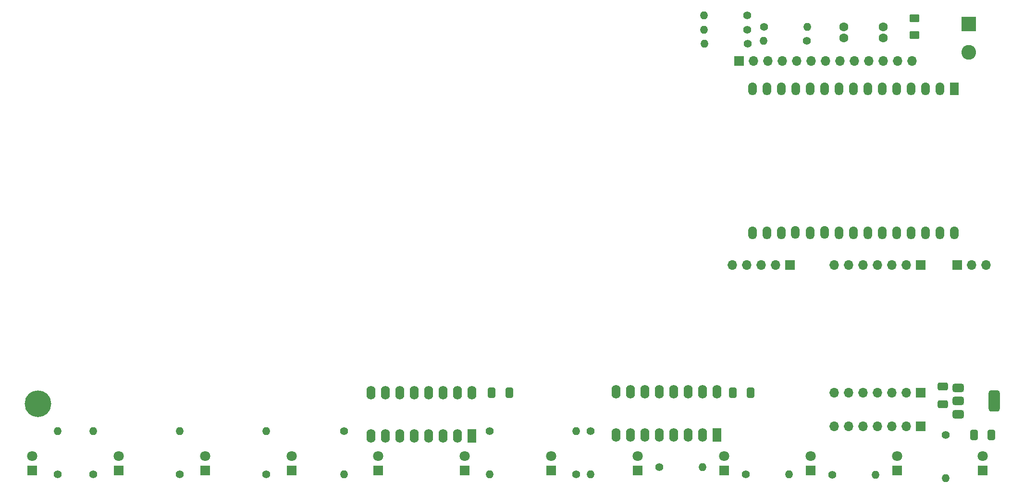
<source format=gbr>
%TF.GenerationSoftware,KiCad,Pcbnew,8.0.7*%
%TF.CreationDate,2025-02-10T21:08:13+01:00*%
%TF.ProjectId,stib_display,73746962-5f64-4697-9370-6c61792e6b69,2*%
%TF.SameCoordinates,Original*%
%TF.FileFunction,Soldermask,Bot*%
%TF.FilePolarity,Negative*%
%FSLAX46Y46*%
G04 Gerber Fmt 4.6, Leading zero omitted, Abs format (unit mm)*
G04 Created by KiCad (PCBNEW 8.0.7) date 2025-02-10 21:08:13*
%MOMM*%
%LPD*%
G01*
G04 APERTURE LIST*
G04 Aperture macros list*
%AMRoundRect*
0 Rectangle with rounded corners*
0 $1 Rounding radius*
0 $2 $3 $4 $5 $6 $7 $8 $9 X,Y pos of 4 corners*
0 Add a 4 corners polygon primitive as box body*
4,1,4,$2,$3,$4,$5,$6,$7,$8,$9,$2,$3,0*
0 Add four circle primitives for the rounded corners*
1,1,$1+$1,$2,$3*
1,1,$1+$1,$4,$5*
1,1,$1+$1,$6,$7*
1,1,$1+$1,$8,$9*
0 Add four rect primitives between the rounded corners*
20,1,$1+$1,$2,$3,$4,$5,0*
20,1,$1+$1,$4,$5,$6,$7,0*
20,1,$1+$1,$6,$7,$8,$9,0*
20,1,$1+$1,$8,$9,$2,$3,0*%
G04 Aperture macros list end*
%ADD10R,1.800000X1.800000*%
%ADD11C,1.800000*%
%ADD12C,3.100000*%
%ADD13C,4.700000*%
%ADD14R,2.600000X2.600000*%
%ADD15C,2.600000*%
%ADD16RoundRect,0.250000X0.412500X0.650000X-0.412500X0.650000X-0.412500X-0.650000X0.412500X-0.650000X0*%
%ADD17C,1.400000*%
%ADD18O,1.400000X1.400000*%
%ADD19R,1.700000X1.700000*%
%ADD20O,1.700000X1.700000*%
%ADD21RoundRect,0.250001X0.624999X-0.462499X0.624999X0.462499X-0.624999X0.462499X-0.624999X-0.462499X0*%
%ADD22R,1.600000X2.400000*%
%ADD23O,1.600000X2.400000*%
%ADD24C,1.600000*%
%ADD25RoundRect,0.250000X-0.650000X0.412500X-0.650000X-0.412500X0.650000X-0.412500X0.650000X0.412500X0*%
%ADD26R,1.524000X2.286000*%
%ADD27O,1.524000X2.286000*%
%ADD28RoundRect,0.250000X-0.412500X-0.650000X0.412500X-0.650000X0.412500X0.650000X-0.412500X0.650000X0*%
%ADD29RoundRect,0.375000X-0.625000X-0.375000X0.625000X-0.375000X0.625000X0.375000X-0.625000X0.375000X0*%
%ADD30RoundRect,0.500000X-0.500000X-1.400000X0.500000X-1.400000X0.500000X1.400000X-0.500000X1.400000X0*%
G04 APERTURE END LIST*
D10*
%TO.C,D10*%
X233680000Y-104775000D03*
D11*
X233680000Y-102235000D03*
%TD*%
D10*
%TO.C,D6*%
X172720000Y-104775000D03*
D11*
X172720000Y-102235000D03*
%TD*%
D10*
%TO.C,D12*%
X264000000Y-104775000D03*
D11*
X264000000Y-102235000D03*
%TD*%
D10*
%TO.C,D8*%
X203200000Y-104780000D03*
D11*
X203200000Y-102240000D03*
%TD*%
D10*
%TO.C,D2*%
X111760000Y-104775000D03*
D11*
X111760000Y-102235000D03*
%TD*%
D10*
%TO.C,D3*%
X127000000Y-104780000D03*
D11*
X127000000Y-102240000D03*
%TD*%
D10*
%TO.C,D9*%
X218440000Y-104775000D03*
D11*
X218440000Y-102235000D03*
%TD*%
D10*
%TO.C,D7*%
X187960000Y-104775000D03*
D11*
X187960000Y-102235000D03*
%TD*%
D10*
%TO.C,D4*%
X142240000Y-104780000D03*
D11*
X142240000Y-102240000D03*
%TD*%
D10*
%TO.C,D11*%
X248920000Y-104780000D03*
D11*
X248920000Y-102240000D03*
%TD*%
D12*
%TO.C,H1*%
X97500000Y-93000000D03*
D13*
X97500000Y-93000000D03*
%TD*%
D10*
%TO.C,D1*%
X96520000Y-104780000D03*
D11*
X96520000Y-102240000D03*
%TD*%
D10*
%TO.C,D5*%
X157480000Y-104780000D03*
D11*
X157480000Y-102240000D03*
%TD*%
D14*
%TO.C,J7*%
X261500000Y-26000000D03*
D15*
X261500000Y-31000000D03*
%TD*%
D16*
%TO.C,C2*%
X180562500Y-91000000D03*
X177437500Y-91000000D03*
%TD*%
D17*
%TO.C,R16*%
X222500000Y-27000000D03*
D18*
X214880000Y-27000000D03*
%TD*%
D17*
%TO.C,R14*%
X225500000Y-26500000D03*
D18*
X233120000Y-26500000D03*
%TD*%
D19*
%TO.C,J3*%
X230050000Y-68475000D03*
D20*
X227510000Y-68475000D03*
X224970000Y-68475000D03*
X222430000Y-68475000D03*
X219890000Y-68475000D03*
%TD*%
D17*
%TO.C,R4*%
X137795000Y-105410000D03*
D18*
X137795000Y-97790000D03*
%TD*%
D17*
%TO.C,R3*%
X122555000Y-105410000D03*
D18*
X122555000Y-97790000D03*
%TD*%
D21*
%TO.C,F1*%
X252000000Y-27987500D03*
X252000000Y-25012500D03*
%TD*%
D19*
%TO.C,J2*%
X259500000Y-68500000D03*
D20*
X262040000Y-68500000D03*
X264580000Y-68500000D03*
%TD*%
%TO.C,J5*%
X237800000Y-91000000D03*
X240340000Y-91000000D03*
X242880000Y-91000000D03*
X245420000Y-91000000D03*
X247960000Y-91000000D03*
X250500000Y-91000000D03*
D19*
X253040000Y-91000000D03*
%TD*%
D17*
%TO.C,R17*%
X233000000Y-29000000D03*
D18*
X225380000Y-29000000D03*
%TD*%
D22*
%TO.C,U2*%
X217155000Y-98440000D03*
D23*
X214615000Y-98440000D03*
X212075000Y-98440000D03*
X209535000Y-98440000D03*
X206995000Y-98440000D03*
X204455000Y-98440000D03*
X201915000Y-98440000D03*
X199375000Y-98440000D03*
X199375000Y-90820000D03*
X201915000Y-90820000D03*
X204455000Y-90820000D03*
X206995000Y-90820000D03*
X209535000Y-90820000D03*
X212075000Y-90820000D03*
X214615000Y-90820000D03*
X217155000Y-90820000D03*
%TD*%
D17*
%TO.C,R9*%
X207010000Y-104140000D03*
D18*
X214630000Y-104140000D03*
%TD*%
D24*
%TO.C,C6*%
X239500000Y-26500000D03*
X239500000Y-28500000D03*
%TD*%
D17*
%TO.C,R13*%
X222500000Y-24500000D03*
D18*
X214880000Y-24500000D03*
%TD*%
D16*
%TO.C,C1*%
X223062500Y-91000000D03*
X219937500Y-91000000D03*
%TD*%
D17*
%TO.C,R6*%
X177165000Y-97790000D03*
D18*
X177165000Y-105410000D03*
%TD*%
D17*
%TO.C,R7*%
X192405000Y-105410000D03*
D18*
X192405000Y-97790000D03*
%TD*%
D17*
%TO.C,R2*%
X107315000Y-105410000D03*
D18*
X107315000Y-97790000D03*
%TD*%
D17*
%TO.C,R8*%
X194945000Y-97790000D03*
D18*
X194945000Y-105410000D03*
%TD*%
D24*
%TO.C,C4*%
X246500000Y-26500000D03*
X246500000Y-28500000D03*
%TD*%
D25*
%TO.C,C5*%
X257000000Y-89937500D03*
X257000000Y-93062500D03*
%TD*%
D26*
%TO.C,U3*%
X259030000Y-37415000D03*
D27*
X256490000Y-37415000D03*
X259030000Y-62815000D03*
X223470000Y-37415000D03*
X226010000Y-37415000D03*
X228550000Y-37415000D03*
X231090000Y-37415000D03*
X233630000Y-37415000D03*
X236170000Y-37415000D03*
X238710000Y-37415000D03*
X241250000Y-37415000D03*
X243790000Y-37415000D03*
X246330000Y-37415000D03*
X248870000Y-37415000D03*
X251410000Y-37415000D03*
X253950000Y-37415000D03*
X253950000Y-62815000D03*
X251410000Y-62815000D03*
X248870000Y-62815000D03*
X246330000Y-62815000D03*
X243790000Y-62815000D03*
X241250000Y-62815000D03*
X238710000Y-62815000D03*
X236170000Y-62789977D03*
X233630000Y-62815000D03*
X230989912Y-62789977D03*
X228550000Y-62815000D03*
X226010000Y-62815000D03*
X223470000Y-62815000D03*
X256490000Y-62815000D03*
%TD*%
D22*
%TO.C,U1*%
X173975000Y-98620000D03*
D23*
X171435000Y-98620000D03*
X168895000Y-98620000D03*
X166355000Y-98620000D03*
X163815000Y-98620000D03*
X161275000Y-98620000D03*
X158735000Y-98620000D03*
X156195000Y-98620000D03*
X156195000Y-91000000D03*
X158735000Y-91000000D03*
X161275000Y-91000000D03*
X163815000Y-91000000D03*
X166355000Y-91000000D03*
X168895000Y-91000000D03*
X171435000Y-91000000D03*
X173975000Y-91000000D03*
%TD*%
D17*
%TO.C,R11*%
X237500000Y-105500000D03*
D18*
X245120000Y-105500000D03*
%TD*%
D17*
%TO.C,R15*%
X222620000Y-29500000D03*
D18*
X215000000Y-29500000D03*
%TD*%
D28*
%TO.C,C3*%
X262437500Y-98500000D03*
X265562500Y-98500000D03*
%TD*%
D17*
%TO.C,R10*%
X222250000Y-105410000D03*
D18*
X229870000Y-105410000D03*
%TD*%
D20*
%TO.C,J4*%
X237840000Y-97000000D03*
X240380000Y-97000000D03*
X242920000Y-97000000D03*
X245460000Y-97000000D03*
X248000000Y-97000000D03*
X250540000Y-97000000D03*
D19*
X253080000Y-97000000D03*
%TD*%
D29*
%TO.C,U4*%
X259700000Y-94800000D03*
X259700000Y-92500000D03*
D30*
X266000000Y-92500000D03*
D29*
X259700000Y-90200000D03*
%TD*%
D17*
%TO.C,R1*%
X101000000Y-105410000D03*
D18*
X101000000Y-97790000D03*
%TD*%
D19*
%TO.C,J1*%
X221060000Y-32500000D03*
D20*
X223600000Y-32500000D03*
X226140000Y-32500000D03*
X228680000Y-32500000D03*
X231220000Y-32500000D03*
X233760000Y-32500000D03*
X236300000Y-32500000D03*
X238840000Y-32500000D03*
X241380000Y-32500000D03*
X243920000Y-32500000D03*
X246460000Y-32500000D03*
X249000000Y-32500000D03*
X251540000Y-32500000D03*
%TD*%
D17*
%TO.C,R5*%
X151500000Y-97790000D03*
D18*
X151500000Y-105410000D03*
%TD*%
D19*
%TO.C,J6*%
X253040000Y-68500000D03*
D20*
X250500000Y-68500000D03*
X247960000Y-68500000D03*
X245420000Y-68500000D03*
X242880000Y-68500000D03*
X240340000Y-68500000D03*
X237800000Y-68500000D03*
%TD*%
D17*
%TO.C,R12*%
X257500000Y-98500000D03*
D18*
X257500000Y-106120000D03*
%TD*%
M02*

</source>
